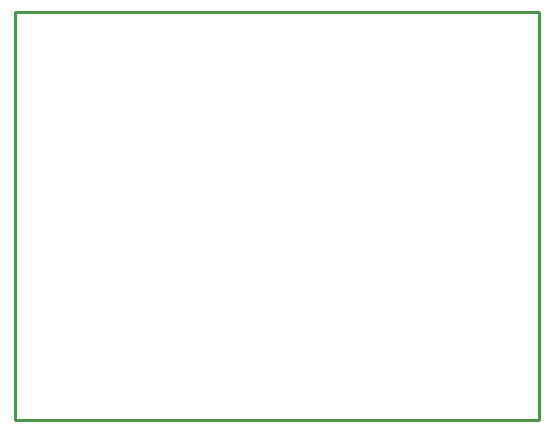
<source format=gko>
G04 EAGLE Gerber RS-274X export*
G75*
%MOMM*%
%FSLAX34Y34*%
%LPD*%
%INBoard Outline*%
%IPPOS*%
%AMOC8*
5,1,8,0,0,1.08239X$1,22.5*%
G01*
%ADD10C,0.254000*%


D10*
X0Y0D02*
X444300Y0D01*
X444300Y345950D01*
X0Y345950D01*
X0Y0D01*
M02*

</source>
